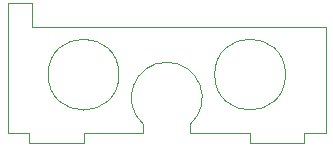
<source format=gm1>
G04 #@! TF.GenerationSoftware,KiCad,Pcbnew,7.0.5*
G04 #@! TF.CreationDate,2024-01-12T08:26:28+09:00*
G04 #@! TF.ProjectId,uglyMotorGaurd,75676c79-4d6f-4746-9f72-47617572642e,rev?*
G04 #@! TF.SameCoordinates,Original*
G04 #@! TF.FileFunction,Profile,NP*
%FSLAX46Y46*%
G04 Gerber Fmt 4.6, Leading zero omitted, Abs format (unit mm)*
G04 Created by KiCad (PCBNEW 7.0.5) date 2024-01-12 08:26:28*
%MOMM*%
%LPD*%
G01*
G04 APERTURE LIST*
G04 #@! TA.AperFunction,Profile*
%ADD10C,0.001000*%
G04 #@! TD*
G04 APERTURE END LIST*
D10*
X88350000Y-99500000D02*
X92950000Y-99500000D01*
X102000000Y-97936068D02*
G75*
G03*
X98000000Y-97936068I-2000000J2236068D01*
G01*
X86550000Y-98700000D02*
X86550000Y-87700000D01*
X110050000Y-93750000D02*
G75*
G03*
X110050000Y-93750000I-3000000J0D01*
G01*
X107050000Y-98700000D02*
X102000000Y-98700000D01*
X111650000Y-98700000D02*
X111650000Y-99500000D01*
X88550000Y-89700000D02*
X113450000Y-89700000D01*
X107050000Y-99500000D02*
X107050000Y-98700000D01*
X88550000Y-87700000D02*
X88550000Y-89700000D01*
X111650000Y-99500000D02*
X107050000Y-99500000D01*
X98000000Y-98700000D02*
X98000000Y-97936068D01*
X95950000Y-93750000D02*
G75*
G03*
X95950000Y-93750000I-3000000J0D01*
G01*
X86550000Y-87700000D02*
X88550000Y-87700000D01*
X102000000Y-98700000D02*
X102000000Y-97936068D01*
X92950000Y-98700000D02*
X98000000Y-98700000D01*
X113450000Y-98700000D02*
X111650000Y-98700000D01*
X86550000Y-98700000D02*
X88350000Y-98700000D01*
X92950000Y-99500000D02*
X92950000Y-98700000D01*
X88350000Y-98700000D02*
X88350000Y-99500000D01*
X113450000Y-89700000D02*
X113450000Y-98700000D01*
M02*

</source>
